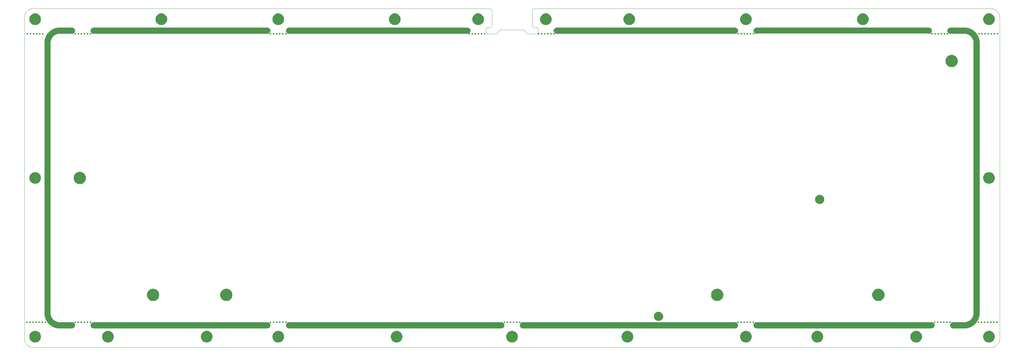
<source format=gbr>
%FSTAX23Y23*%
%MOIN*%
%SFA1B1*%

%IPPOS*%
%ADD161C,0.001000*%
%LNquadcube_65_pcb_profile-1*%
%LPD*%
G36*
X16466Y05354D02*
X16387D01*
Y08819*
X16466*
Y05354*
G37*
G36*
X04576D02*
X04498D01*
Y08819*
X04576*
Y05354*
G37*
G36*
X16125Y05157D02*
X16269D01*
Y05236*
X16125*
Y05157*
G37*
G36*
X16092Y08937D02*
X16269D01*
Y09016*
X16092*
Y08937*
G37*
G36*
X13612Y05157D02*
X1585D01*
Y05236*
X13612*
Y05157*
G37*
G36*
X1062D02*
X13336D01*
Y05236*
X1062*
Y05157*
G37*
G36*
X07627D02*
X10344D01*
Y05236*
X07627*
Y05157*
G37*
G36*
X05127D02*
X07352D01*
Y05236*
X05127*
Y05157*
G37*
G36*
X04694D02*
X04852D01*
Y05236*
X04694*
Y05157*
G37*
G36*
X15816Y08938D02*
Y09017D01*
X13609*
Y08938*
X15816*
G37*
G36*
X13336Y08937D02*
Y09016D01*
X11053*
Y08937*
X13336*
G37*
G36*
X09911D02*
Y09016D01*
X07627*
Y08937*
X09911*
G37*
G36*
X04694Y08937D02*
X04848D01*
Y09016*
X04694*
Y08937*
G37*
G36*
X07352Y08937D02*
Y09016D01*
X05127*
Y08937*
X07352*
G37*
G36*
X12296Y05311D02*
Y05306D01*
X12299Y05294*
X12303Y05283*
X1231Y05274*
X12318Y05266*
X12328Y05259*
X12338Y05255*
X1235Y05252*
X12356*
X12361*
X12373Y05255*
X12383Y05259*
X12393Y05266*
X12401Y05274*
X12408Y05283*
X12412Y05294*
X12415Y05306*
Y05311*
Y05317*
X12412Y05329*
X12408Y05339*
X12401Y05349*
X12393Y05357*
X12383Y05364*
X12373Y05368*
X12361Y05371*
X12356*
X1235*
X12338Y05368*
X12328Y05364*
X12318Y05357*
X1231Y05349*
X12303Y05339*
X12299Y05329*
X12296Y05317*
Y05311*
G37*
G36*
X15091Y05586D02*
Y05579D01*
X15094Y05564*
X151Y05549*
X15108Y05536*
X15119Y05525*
X15132Y05517*
X15146Y05511*
X15162Y05508*
X15169*
X15177*
X15192Y05511*
X15207Y05517*
X15219Y05525*
X1523Y05536*
X15239Y05549*
X15245Y05564*
X15248Y05579*
Y05586*
Y05594*
X15245Y05609*
X15239Y05624*
X1523Y05637*
X15219Y05648*
X15207Y05656*
X15192Y05662*
X15177Y05665*
X15169*
X15162*
X15146Y05662*
X15132Y05656*
X15119Y05648*
X15108Y05637*
X151Y05624*
X15094Y05609*
X15091Y05594*
Y05586*
G37*
G36*
X13028D02*
Y05579D01*
X13031Y05564*
X13037Y05549*
X13046Y05536*
X13057Y05525*
X13069Y05517*
X13084Y05511*
X13099Y05508*
X13107*
X13115*
X1313Y05511*
X13144Y05517*
X13157Y05525*
X13168Y05536*
X13177Y05549*
X13182Y05564*
X13186Y05579*
Y05586*
Y05594*
X13182Y05609*
X13177Y05624*
X13168Y05637*
X13157Y05648*
X13144Y05656*
X1313Y05662*
X13115Y05665*
X13107*
X13099*
X13084Y05662*
X13069Y05656*
X13057Y05648*
X13046Y05637*
X13037Y05624*
X13031Y05609*
X13028Y05594*
Y05586*
G37*
G36*
X06747D02*
Y05579D01*
X0675Y05564*
X06756Y05549*
X06764Y05536*
X06775Y05525*
X06788Y05517*
X06803Y05511*
X06818Y05508*
X06826*
X06833*
X06848Y05511*
X06863Y05517*
X06876Y05525*
X06887Y05536*
X06895Y05549*
X06901Y05564*
X06904Y05579*
Y05586*
Y05594*
X06901Y05609*
X06895Y05624*
X06887Y05637*
X06876Y05648*
X06863Y05656*
X06848Y05662*
X06833Y05665*
X06826*
X06818*
X06803Y05662*
X06788Y05656*
X06775Y05648*
X06764Y05637*
X06756Y05624*
X0675Y05609*
X06747Y05594*
Y05586*
G37*
G36*
X05809D02*
Y05579D01*
X05812Y05564*
X05818Y05549*
X05827Y05536*
X05838Y05525*
X05851Y05517*
X05865Y05511*
X0588Y05508*
X05888*
X05896*
X05911Y05511*
X05925Y05517*
X05938Y05525*
X05949Y05536*
X05958Y05549*
X05964Y05564*
X05967Y05579*
Y05586*
Y05594*
X05964Y05609*
X05958Y05624*
X05949Y05637*
X05938Y05648*
X05925Y05656*
X05911Y05662*
X05896Y05665*
X05888*
X0588*
X05865Y05662*
X05851Y05656*
X05838Y05648*
X05827Y05637*
X05818Y05624*
X05812Y05609*
X05809Y05594*
Y05586*
G37*
G36*
X14359Y06811D02*
Y06806D01*
X14361Y06794*
X14366Y06783*
X14372Y06774*
X1438Y06766*
X1439Y06759*
X14401Y06755*
X14412Y06752*
X14418*
X14424*
X14435Y06755*
X14446Y06759*
X14456Y06766*
X14464Y06774*
X1447Y06783*
X14475Y06794*
X14477Y06806*
Y06811*
Y06817*
X14475Y06829*
X1447Y06839*
X14464Y06849*
X14456Y06857*
X14446Y06864*
X14435Y06868*
X14424Y06871*
X14418*
X14412*
X14401Y06868*
X1439Y06864*
X1438Y06857*
X14372Y06849*
X14366Y06839*
X14361Y06829*
X14359Y06817*
Y06811*
G37*
G36*
X04951Y07008D02*
X04943D01*
X04928Y07011*
X04913Y07017*
X049Y07025*
X04889Y07036*
X04881Y07049*
X04875Y07063*
X04872Y07079*
Y07086*
Y07094*
X04875Y07109*
X04881Y07124*
X04889Y07137*
X049Y07148*
X04913Y07156*
X04928Y07162*
X04943Y07165*
X04951*
X04958*
X04974Y07162*
X04988Y07156*
X05001Y07148*
X05012Y07137*
X0502Y07124*
X05026Y07109*
X05029Y07094*
Y07086*
Y07079*
X05026Y07063*
X0502Y07049*
X05012Y07036*
X05001Y07025*
X04988Y07017*
X04974Y07011*
X04958Y07008*
X04951*
G37*
G36*
X04812Y05197D02*
Y05193D01*
X04814Y05185*
X04817Y05178*
X04821Y05172*
X04827Y05166*
X04833Y05162*
X0484Y05159*
X04848Y05157*
X04852*
X04856*
X04863Y05159*
X04871Y05162*
X04877Y05166*
X04882Y05172*
X04887Y05178*
X0489Y05185*
X04891Y05193*
Y05197*
Y05201*
X0489Y05208*
X04887Y05215*
X04882Y05222*
X04877Y05227*
X04871Y05232*
X04863Y05235*
X04856Y05236*
X04852*
X04848*
X0484Y05235*
X04833Y05232*
X04827Y05227*
X04821Y05222*
X04817Y05215*
X04814Y05208*
X04812Y05201*
Y05197*
G37*
G36*
X05088D02*
Y05193D01*
X0509Y05185*
X05093Y05178*
X05097Y05172*
X05102Y05166*
X05109Y05162*
X05116Y05159*
X05124Y05157*
X05127*
X05131*
X05139Y05159*
X05146Y05162*
X05153Y05166*
X05158Y05172*
X05162Y05178*
X05165Y05185*
X05167Y05193*
Y05197*
Y05201*
X05165Y05208*
X05162Y05215*
X05158Y05222*
X05153Y05227*
X05146Y05232*
X05139Y05235*
X05131Y05236*
X05127*
X05124*
X05116Y05235*
X05109Y05232*
X05102Y05227*
X05097Y05222*
X05093Y05215*
X0509Y05208*
X05088Y05201*
Y05197*
G37*
G36*
X07312D02*
Y05193D01*
X07314Y05185*
X07317Y05178*
X07321Y05172*
X07327Y05166*
X07333Y05162*
X0734Y05159*
X07348Y05157*
X07352*
X07356*
X07363Y05159*
X07371Y05162*
X07377Y05166*
X07382Y05172*
X07387Y05178*
X0739Y05185*
X07391Y05193*
Y05197*
Y05201*
X0739Y05208*
X07387Y05215*
X07382Y05222*
X07377Y05227*
X07371Y05232*
X07363Y05235*
X07356Y05236*
X07352*
X07348*
X0734Y05235*
X07333Y05232*
X07327Y05227*
X07321Y05222*
X07317Y05215*
X07314Y05208*
X07312Y05201*
Y05197*
G37*
G36*
X07588D02*
Y05193D01*
X0759Y05185*
X07593Y05178*
X07597Y05172*
X07602Y05166*
X07609Y05162*
X07616Y05159*
X07624Y05157*
X07627*
X07631*
X07639Y05159*
X07646Y05162*
X07653Y05166*
X07658Y05172*
X07662Y05178*
X07665Y05185*
X07667Y05193*
Y05197*
Y05201*
X07665Y05208*
X07662Y05215*
X07658Y05222*
X07653Y05227*
X07646Y05232*
X07639Y05235*
X07631Y05236*
X07627*
X07624*
X07616Y05235*
X07609Y05232*
X07602Y05227*
X07597Y05222*
X07593Y05215*
X0759Y05208*
X07588Y05201*
Y05197*
G37*
G36*
X10305D02*
Y05193D01*
X10306Y05185*
X10309Y05178*
X10313Y05172*
X10319Y05166*
X10325Y05162*
X10333Y05159*
X1034Y05157*
X10344*
X10348*
X10355Y05159*
X10363Y05162*
X10369Y05166*
X10375Y05172*
X10379Y05178*
X10382Y05185*
X10383Y05193*
Y05197*
Y05201*
X10382Y05208*
X10379Y05215*
X10375Y05222*
X10369Y05227*
X10363Y05232*
X10355Y05235*
X10348Y05236*
X10344*
X1034*
X10333Y05235*
X10325Y05232*
X10319Y05227*
X10313Y05222*
X10309Y05215*
X10306Y05208*
X10305Y05201*
Y05197*
G37*
G36*
X1058D02*
Y05193D01*
X10582Y05185*
X10585Y05178*
X10589Y05172*
X10594Y05166*
X10601Y05162*
X10608Y05159*
X10616Y05157*
X1062*
X10623*
X10631Y05159*
X10638Y05162*
X10645Y05166*
X1065Y05172*
X10654Y05178*
X10657Y05185*
X10659Y05193*
Y05197*
Y05201*
X10657Y05208*
X10654Y05215*
X1065Y05222*
X10645Y05227*
X10638Y05232*
X10631Y05235*
X10623Y05236*
X1062*
X10616*
X10608Y05235*
X10601Y05232*
X10594Y05227*
X10589Y05222*
X10585Y05215*
X10582Y05208*
X1058Y05201*
Y05197*
G37*
G36*
X13297D02*
Y05193D01*
X13298Y05185*
X13301Y05178*
X13306Y05172*
X13311Y05166*
X13317Y05162*
X13325Y05159*
X13332Y05157*
X13336*
X1334*
X13348Y05159*
X13355Y05162*
X13361Y05166*
X13367Y05172*
X13371Y05178*
X13374Y05185*
X13375Y05193*
Y05197*
Y05201*
X13374Y05208*
X13371Y05215*
X13367Y05222*
X13361Y05227*
X13355Y05232*
X13348Y05235*
X1334Y05236*
X13336*
X13332*
X13325Y05235*
X13317Y05232*
X13311Y05227*
X13306Y05222*
X13301Y05215*
X13298Y05208*
X13297Y05201*
Y05197*
G37*
G36*
X13572D02*
Y05193D01*
X13574Y05185*
X13577Y05178*
X13581Y05172*
X13587Y05166*
X13593Y05162*
X136Y05159*
X13608Y05157*
X13612*
X13616*
X13623Y05159*
X1363Y05162*
X13637Y05166*
X13642Y05172*
X13647Y05178*
X1365Y05185*
X13651Y05193*
Y05197*
Y05201*
X1365Y05208*
X13647Y05215*
X13642Y05222*
X13637Y05227*
X1363Y05232*
X13623Y05235*
X13616Y05236*
X13612*
X13608*
X136Y05235*
X13593Y05232*
X13587Y05227*
X13581Y05222*
X13577Y05215*
X13574Y05208*
X13572Y05201*
Y05197*
G37*
G36*
X15811D02*
Y05193D01*
X15812Y05185*
X15815Y05178*
X15819Y05172*
X15825Y05166*
X15831Y05162*
X15838Y05159*
X15846Y05157*
X1585*
X15854*
X15861Y05159*
X15869Y05162*
X15875Y05166*
X1588Y05172*
X15885Y05178*
X15888Y05185*
X15889Y05193*
Y05197*
Y05201*
X15888Y05208*
X15885Y05215*
X1588Y05222*
X15875Y05227*
X15869Y05232*
X15861Y05235*
X15854Y05236*
X1585*
X15846*
X15838Y05235*
X15831Y05232*
X15825Y05227*
X15819Y05222*
X15815Y05215*
X15812Y05208*
X15811Y05201*
Y05197*
G37*
G36*
X16086D02*
Y05193D01*
X16088Y05185*
X16091Y05178*
X16095Y05172*
X161Y05166*
X16107Y05162*
X16114Y05159*
X16122Y05157*
X16125*
X16129*
X16137Y05159*
X16144Y05162*
X16151Y05166*
X16156Y05172*
X1616Y05178*
X16163Y05185*
X16165Y05193*
Y05197*
Y05201*
X16163Y05208*
X1616Y05215*
X16156Y05222*
X16151Y05227*
X16144Y05232*
X16137Y05235*
X16129Y05236*
X16125*
X16122*
X16114Y05235*
X16107Y05232*
X161Y05227*
X16095Y05222*
X16091Y05215*
X16088Y05208*
X16086Y05201*
Y05197*
G37*
G36*
X16053Y08976D02*
Y08972D01*
X16054Y08965*
X16057Y08958*
X16061Y08951*
X16067Y08946*
X16073Y08941*
X16081Y08938*
X16088Y08937*
X16092*
X16096*
X16104Y08938*
X16111Y08941*
X16117Y08946*
X16123Y08951*
X16127Y08958*
X1613Y08965*
X16131Y08972*
Y08976*
Y0898*
X1613Y08988*
X16127Y08995*
X16123Y09001*
X16117Y09007*
X16111Y09011*
X16104Y09014*
X16096Y09016*
X16092*
X16088*
X16081Y09014*
X16073Y09011*
X16067Y09007*
X16061Y09001*
X16057Y08995*
X16054Y08988*
X16053Y0898*
Y08976*
G37*
G36*
X15777D02*
Y08972D01*
X15779Y08965*
X15782Y08958*
X15786Y08951*
X15791Y08946*
X15798Y08941*
X15805Y08938*
X15813Y08937*
X15816*
X1582*
X15828Y08938*
X15835Y08941*
X15842Y08946*
X15847Y08951*
X15851Y08958*
X15854Y08965*
X15856Y08972*
Y08976*
Y0898*
X15854Y08988*
X15851Y08995*
X15847Y09001*
X15842Y09007*
X15835Y09011*
X15828Y09014*
X1582Y09016*
X15816*
X15813*
X15805Y09014*
X15798Y09011*
X15791Y09007*
X15786Y09001*
X15782Y08995*
X15779Y08988*
X15777Y0898*
Y08976*
G37*
G36*
X13572D02*
Y08972D01*
X13574Y08965*
X13577Y08958*
X13581Y08951*
X13587Y08946*
X13593Y08941*
X136Y08938*
X13608Y08937*
X13612*
X13616*
X13623Y08938*
X1363Y08941*
X13637Y08946*
X13642Y08951*
X13647Y08958*
X1365Y08965*
X13651Y08972*
Y08976*
Y0898*
X1365Y08988*
X13647Y08995*
X13642Y09001*
X13637Y09007*
X1363Y09011*
X13623Y09014*
X13616Y09016*
X13612*
X13608*
X136Y09014*
X13593Y09011*
X13587Y09007*
X13581Y09001*
X13577Y08995*
X13574Y08988*
X13572Y0898*
Y08976*
G37*
G36*
X13297Y08976D02*
Y08972D01*
X13298Y08965*
X13301Y08958*
X13306Y08951*
X13311Y08946*
X13317Y08941*
X13325Y08938*
X13332Y08937*
X13336*
X1334*
X13348Y08938*
X13355Y08941*
X13361Y08946*
X13367Y08951*
X13371Y08958*
X13374Y08965*
X13375Y08972*
Y08976*
Y0898*
X13374Y08988*
X13371Y08995*
X13367Y09001*
X13361Y09007*
X13355Y09011*
X13348Y09014*
X1334Y09016*
X13336*
X13332*
X13325Y09014*
X13317Y09011*
X13311Y09007*
X13306Y09001*
X13301Y08995*
X13298Y08988*
X13297Y0898*
Y08976*
G37*
G36*
X11013D02*
Y08972D01*
X11015Y08965*
X11018Y08958*
X11022Y08951*
X11028Y08946*
X11034Y08941*
X11041Y08938*
X11049Y08937*
X11053*
X11057*
X11064Y08938*
X11071Y08941*
X11078Y08946*
X11083Y08951*
X11088Y08958*
X11091Y08965*
X11092Y08972*
Y08976*
Y0898*
X11091Y08988*
X11088Y08995*
X11083Y09001*
X11078Y09007*
X11071Y09011*
X11064Y09014*
X11057Y09016*
X11053*
X11049*
X11041Y09014*
X11034Y09011*
X11028Y09007*
X11022Y09001*
X11018Y08995*
X11015Y08988*
X11013Y0898*
Y08976*
G37*
G36*
X04274Y05227D02*
X04272D01*
X04269Y05228*
X04266Y05231*
X04264Y05235*
Y05237*
Y05239*
X04266Y05242*
X04269Y05245*
X04272Y05247*
X04274*
X04276*
X0428Y05245*
X04282Y05242*
X04284Y05239*
Y05237*
Y05235*
X04282Y05231*
X0428Y05228*
X04276Y05227*
X04274*
G37*
G36*
X04313D02*
X04312D01*
X04308Y05228*
X04305Y05231*
X04304Y05235*
Y05237*
Y05239*
X04305Y05242*
X04308Y05245*
X04312Y05247*
X04313*
X04315*
X04319Y05245*
X04322Y05242*
X04323Y05239*
Y05237*
Y05235*
X04322Y05231*
X04319Y05228*
X04315Y05227*
X04313*
G37*
G36*
X04392D02*
X0439D01*
X04387Y05228*
X04384Y05231*
X04382Y05235*
Y05237*
Y05239*
X04384Y05242*
X04387Y05245*
X0439Y05247*
X04392*
X04394*
X04398Y05245*
X04401Y05242*
X04402Y05239*
Y05237*
Y05235*
X04401Y05231*
X04398Y05228*
X04394Y05227*
X04392*
G37*
G36*
X04353D02*
X04351D01*
X04347Y05228*
X04345Y05231*
X04343Y05235*
Y05237*
Y05239*
X04345Y05242*
X04347Y05245*
X04351Y05247*
X04353*
X04355*
X04358Y05245*
X04361Y05242*
X04363Y05239*
Y05237*
Y05235*
X04361Y05231*
X04358Y05228*
X04355Y05227*
X04353*
G37*
G36*
X04432D02*
X0443D01*
X04426Y05228*
X04423Y05231*
X04422Y05235*
Y05237*
Y05239*
X04423Y05242*
X04426Y05245*
X0443Y05247*
X04432*
X04434*
X04437Y05245*
X0444Y05242*
X04441Y05239*
Y05237*
Y05235*
X0444Y05231*
X04437Y05228*
X04434Y05227*
X04432*
G37*
G36*
X0451D02*
X04508D01*
X04505Y05228*
X04502Y05231*
X045Y05235*
Y05237*
Y05239*
X04502Y05242*
X04505Y05245*
X04508Y05247*
X0451*
X04512*
X04516Y05245*
X04519Y05242*
X0452Y05239*
Y05237*
Y05235*
X04519Y05231*
X04516Y05228*
X04512Y05227*
X0451*
G37*
G36*
X04471D02*
X04469D01*
X04465Y05228*
X04463Y05231*
X04461Y05235*
Y05237*
Y05239*
X04463Y05242*
X04465Y05245*
X04469Y05247*
X04471*
X04473*
X04477Y05245*
X04479Y05242*
X04481Y05239*
Y05237*
Y05235*
X04479Y05231*
X04477Y05228*
X04473Y05227*
X04471*
G37*
G36*
X0489D02*
X04888D01*
X04885Y05228*
X04882Y05231*
X0488Y05235*
Y05237*
Y05239*
X04882Y05242*
X04885Y05245*
X04888Y05247*
X0489*
X04892*
X04896Y05245*
X04899Y05242*
X049Y05239*
Y05237*
Y05235*
X04899Y05231*
X04896Y05228*
X04892Y05227*
X0489*
G37*
G36*
X0493D02*
X04928D01*
X04924Y05228*
X04921Y05231*
X0492Y05235*
Y05237*
Y05239*
X04921Y05242*
X04924Y05245*
X04928Y05247*
X0493*
X04932*
X04935Y05245*
X04938Y05242*
X04939Y05239*
Y05237*
Y05235*
X04938Y05231*
X04935Y05228*
X04932Y05227*
X0493*
G37*
G36*
X05008D02*
X05006D01*
X05003Y05228*
X05Y05231*
X04999Y05235*
Y05237*
Y05239*
X05Y05242*
X05003Y05245*
X05006Y05247*
X05008*
X0501*
X05014Y05245*
X05017Y05242*
X05018Y05239*
Y05237*
Y05235*
X05017Y05231*
X05014Y05228*
X0501Y05227*
X05008*
G37*
G36*
X04969D02*
X04967D01*
X04963Y05228*
X04961Y05231*
X04959Y05235*
Y05237*
Y05239*
X04961Y05242*
X04963Y05245*
X04967Y05247*
X04969*
X04971*
X04975Y05245*
X04977Y05242*
X04979Y05239*
Y05237*
Y05235*
X04977Y05231*
X04975Y05228*
X04971Y05227*
X04969*
G37*
G36*
X05048D02*
X05046D01*
X05042Y05228*
X05039Y05231*
X05038Y05235*
Y05237*
Y05239*
X05039Y05242*
X05042Y05245*
X05046Y05247*
X05048*
X0505*
X05053Y05245*
X05056Y05242*
X05058Y05239*
Y05237*
Y05235*
X05056Y05231*
X05053Y05228*
X0505Y05227*
X05048*
G37*
G36*
X05087D02*
X05085D01*
X05082Y05228*
X05079Y05231*
X05077Y05235*
Y05237*
Y05239*
X05079Y05242*
X05082Y05245*
X05085Y05247*
X05087*
X05089*
X05093Y05245*
X05095Y05242*
X05097Y05239*
Y05237*
Y05235*
X05095Y05231*
X05093Y05228*
X05089Y05227*
X05087*
G37*
G36*
X07391D02*
X07389D01*
X07386Y05228*
X07383Y05231*
X07381Y05235*
Y05237*
Y05239*
X07383Y05242*
X07386Y05245*
X07389Y05247*
X07391*
X07393*
X07397Y05245*
X074Y05242*
X07401Y05239*
Y05237*
Y05235*
X074Y05231*
X07397Y05228*
X07393Y05227*
X07391*
G37*
G36*
X07431D02*
X07429D01*
X07425Y05228*
X07422Y05231*
X07421Y05235*
Y05237*
Y05239*
X07422Y05242*
X07425Y05245*
X07429Y05247*
X07431*
X07433*
X07436Y05245*
X07439Y05242*
X0744Y05239*
Y05237*
Y05235*
X07439Y05231*
X07436Y05228*
X07433Y05227*
X07431*
G37*
G36*
X07509D02*
X07507D01*
X07504Y05228*
X07501Y05231*
X075Y05235*
Y05237*
Y05239*
X07501Y05242*
X07504Y05245*
X07507Y05247*
X07509*
X07511*
X07515Y05245*
X07518Y05242*
X07519Y05239*
Y05237*
Y05235*
X07518Y05231*
X07515Y05228*
X07511Y05227*
X07509*
G37*
G36*
X0747D02*
X07468D01*
X07464Y05228*
X07462Y05231*
X0746Y05235*
Y05237*
Y05239*
X07462Y05242*
X07464Y05245*
X07468Y05247*
X0747*
X07472*
X07476Y05245*
X07478Y05242*
X0748Y05239*
Y05237*
Y05235*
X07478Y05231*
X07476Y05228*
X07472Y05227*
X0747*
G37*
G36*
X07549D02*
X07547D01*
X07543Y05228*
X0754Y05231*
X07539Y05235*
Y05237*
Y05239*
X0754Y05242*
X07543Y05245*
X07547Y05247*
X07549*
X07551*
X07554Y05245*
X07557Y05242*
X07559Y05239*
Y05237*
Y05235*
X07557Y05231*
X07554Y05228*
X07551Y05227*
X07549*
G37*
G36*
X07588D02*
X07586D01*
X07583Y05228*
X0758Y05231*
X07578Y05235*
Y05237*
Y05239*
X0758Y05242*
X07583Y05245*
X07586Y05247*
X07588*
X0759*
X07594Y05245*
X07596Y05242*
X07598Y05239*
Y05237*
Y05235*
X07596Y05231*
X07594Y05228*
X0759Y05227*
X07588*
G37*
G36*
X10383D02*
X10381D01*
X10378Y05228*
X10375Y05231*
X10374Y05235*
Y05237*
Y05239*
X10375Y05242*
X10378Y05245*
X10381Y05247*
X10383*
X10385*
X10389Y05245*
X10392Y05242*
X10393Y05239*
Y05237*
Y05235*
X10392Y05231*
X10389Y05228*
X10385Y05227*
X10383*
G37*
G36*
X10423D02*
X10421D01*
X10417Y05228*
X10414Y05231*
X10413Y05235*
Y05237*
Y05239*
X10414Y05242*
X10417Y05245*
X10421Y05247*
X10423*
X10425*
X10428Y05245*
X10431Y05242*
X10433Y05239*
Y05237*
Y05235*
X10431Y05231*
X10428Y05228*
X10425Y05227*
X10423*
G37*
G36*
X10501D02*
X105D01*
X10496Y05228*
X10493Y05231*
X10492Y05235*
Y05237*
Y05239*
X10493Y05242*
X10496Y05245*
X105Y05247*
X10501*
X10503*
X10507Y05245*
X1051Y05242*
X10511Y05239*
Y05237*
Y05235*
X1051Y05231*
X10507Y05228*
X10503Y05227*
X10501*
G37*
G36*
X10462D02*
X1046D01*
X10457Y05228*
X10454Y05231*
X10452Y05235*
Y05237*
Y05239*
X10454Y05242*
X10457Y05245*
X1046Y05247*
X10462*
X10464*
X10468Y05245*
X1047Y05242*
X10472Y05239*
Y05237*
Y05235*
X1047Y05231*
X10468Y05228*
X10464Y05227*
X10462*
G37*
G36*
X10541D02*
X10539D01*
X10535Y05228*
X10532Y05231*
X10531Y05235*
Y05237*
Y05239*
X10532Y05242*
X10535Y05245*
X10539Y05247*
X10541*
X10543*
X10546Y05245*
X10549Y05242*
X10551Y05239*
Y05237*
Y05235*
X10549Y05231*
X10546Y05228*
X10543Y05227*
X10541*
G37*
G36*
X1058D02*
X10578D01*
X10575Y05228*
X10572Y05231*
X1057Y05235*
Y05237*
Y05239*
X10572Y05242*
X10575Y05245*
X10578Y05247*
X1058*
X10582*
X10586Y05245*
X10589Y05242*
X1059Y05239*
Y05237*
Y05235*
X10589Y05231*
X10586Y05228*
X10582Y05227*
X1058*
G37*
G36*
X13374D02*
X13372D01*
X13368Y05228*
X13365Y05231*
X13364Y05235*
Y05237*
Y05239*
X13365Y05242*
X13368Y05245*
X13372Y05247*
X13374*
X13375*
X13379Y05245*
X13382Y05242*
X13383Y05239*
Y05237*
Y05235*
X13382Y05231*
X13379Y05228*
X13375Y05227*
X13374*
G37*
G36*
X13413D02*
X13411D01*
X13407Y05228*
X13405Y05231*
X13403Y05235*
Y05237*
Y05239*
X13405Y05242*
X13407Y05245*
X13411Y05247*
X13413*
X13415*
X13418Y05245*
X13421Y05242*
X13423Y05239*
Y05237*
Y05235*
X13421Y05231*
X13418Y05228*
X13415Y05227*
X13413*
G37*
G36*
X13492D02*
X1349D01*
X13486Y05228*
X13483Y05231*
X13482Y05235*
Y05237*
Y05239*
X13483Y05242*
X13486Y05245*
X1349Y05247*
X13492*
X13494*
X13497Y05245*
X135Y05242*
X13501Y05239*
Y05237*
Y05235*
X135Y05231*
X13497Y05228*
X13494Y05227*
X13492*
G37*
G36*
X13452D02*
X1345D01*
X13447Y05228*
X13444Y05231*
X13442Y05235*
Y05237*
Y05239*
X13444Y05242*
X13447Y05245*
X1345Y05247*
X13452*
X13454*
X13458Y05245*
X13461Y05242*
X13462Y05239*
Y05237*
Y05235*
X13461Y05231*
X13458Y05228*
X13454Y05227*
X13452*
G37*
G36*
X13531D02*
X13529D01*
X13525Y05228*
X13523Y05231*
X13521Y05235*
Y05237*
Y05239*
X13523Y05242*
X13525Y05245*
X13529Y05247*
X13531*
X13533*
X13537Y05245*
X13539Y05242*
X13541Y05239*
Y05237*
Y05235*
X13539Y05231*
X13537Y05228*
X13533Y05227*
X13531*
G37*
G36*
X1357D02*
X13568D01*
X13565Y05228*
X13562Y05231*
X13561Y05235*
Y05237*
Y05239*
X13562Y05242*
X13565Y05245*
X13568Y05247*
X1357*
X13572*
X13576Y05245*
X13579Y05242*
X1358Y05239*
Y05237*
Y05235*
X13579Y05231*
X13576Y05228*
X13572Y05227*
X1357*
G37*
G36*
X15888D02*
X15886D01*
X15883Y05228*
X1588Y05231*
X15878Y05235*
Y05237*
Y05239*
X1588Y05242*
X15883Y05245*
X15886Y05247*
X15888*
X1589*
X15894Y05245*
X15897Y05242*
X15898Y05239*
Y05237*
Y05235*
X15897Y05231*
X15894Y05228*
X1589Y05227*
X15888*
G37*
G36*
X15928D02*
X15926D01*
X15922Y05228*
X15919Y05231*
X15918Y05235*
Y05237*
Y05239*
X15919Y05242*
X15922Y05245*
X15926Y05247*
X15928*
X1593*
X15933Y05245*
X15936Y05242*
X15937Y05239*
Y05237*
Y05235*
X15936Y05231*
X15933Y05228*
X1593Y05227*
X15928*
G37*
G36*
X16006D02*
X16004D01*
X16001Y05228*
X15998Y05231*
X15997Y05235*
Y05237*
Y05239*
X15998Y05242*
X16001Y05245*
X16004Y05247*
X16006*
X16008*
X16012Y05245*
X16015Y05242*
X16016Y05239*
Y05237*
Y05235*
X16015Y05231*
X16012Y05228*
X16008Y05227*
X16006*
G37*
G36*
X15967D02*
X15965D01*
X15961Y05228*
X15959Y05231*
X15957Y05235*
Y05237*
Y05239*
X15959Y05242*
X15961Y05245*
X15965Y05247*
X15967*
X15969*
X15973Y05245*
X15975Y05242*
X15977Y05239*
Y05237*
Y05235*
X15975Y05231*
X15973Y05228*
X15969Y05227*
X15967*
G37*
G36*
X16046D02*
X16044D01*
X1604Y05228*
X16037Y05231*
X16036Y05235*
Y05237*
Y05239*
X16037Y05242*
X1604Y05245*
X16044Y05247*
X16046*
X16048*
X16051Y05245*
X16054Y05242*
X16056Y05239*
Y05237*
Y05235*
X16054Y05231*
X16051Y05228*
X16048Y05227*
X16046*
G37*
G36*
X16085D02*
X16083D01*
X1608Y05228*
X16077Y05231*
X16075Y05235*
Y05237*
Y05239*
X16077Y05242*
X1608Y05245*
X16083Y05247*
X16085*
X16087*
X16091Y05245*
X16093Y05242*
X16095Y05239*
Y05237*
Y05235*
X16093Y05231*
X16091Y05228*
X16087Y05227*
X16085*
G37*
G36*
X1649Y05227D02*
X16488D01*
X16484Y05228*
X16481Y05231*
X1648Y05235*
Y05237*
Y05239*
X16481Y05242*
X16484Y05245*
X16488Y05247*
X1649*
X16492*
X16495Y05245*
X16498Y05242*
X165Y05239*
Y05237*
Y05235*
X16498Y05231*
X16495Y05228*
X16492Y05227*
X1649*
G37*
G36*
X1645D02*
X16448D01*
X16445Y05228*
X16442Y05231*
X1644Y05235*
Y05237*
Y05239*
X16442Y05242*
X16445Y05245*
X16448Y05247*
X1645*
X16452*
X16456Y05245*
X16459Y05242*
X1646Y05239*
Y05237*
Y05235*
X16459Y05231*
X16456Y05228*
X16452Y05227*
X1645*
G37*
G36*
X16647D02*
X16645D01*
X16642Y05228*
X16639Y05231*
X16637Y05235*
Y05237*
Y05239*
X16639Y05242*
X16642Y05245*
X16645Y05247*
X16647*
X16649*
X16653Y05245*
X16655Y05242*
X16657Y05239*
Y05237*
Y05235*
X16655Y05231*
X16653Y05228*
X16649Y05227*
X16647*
G37*
G36*
X16529D02*
X16527D01*
X16523Y05228*
X16521Y05231*
X16519Y05235*
Y05237*
Y05239*
X16521Y05242*
X16523Y05245*
X16527Y05247*
X16529*
X16531*
X16535Y05245*
X16537Y05242*
X16539Y05239*
Y05237*
Y05235*
X16537Y05231*
X16535Y05228*
X16531Y05227*
X16529*
G37*
G36*
X16687D02*
X16685D01*
X16681Y05228*
X16678Y05231*
X16677Y05235*
Y05237*
Y05239*
X16678Y05242*
X16681Y05245*
X16685Y05247*
X16687*
X16688*
X16692Y05245*
X16695Y05242*
X16696Y05239*
Y05237*
Y05235*
X16695Y05231*
X16692Y05228*
X16688Y05227*
X16687*
G37*
G36*
X16608D02*
X16606D01*
X16602Y05228*
X16599Y05231*
X16598Y05235*
Y05237*
Y05239*
X16599Y05242*
X16602Y05245*
X16606Y05247*
X16608*
X1661*
X16613Y05245*
X16616Y05242*
X16618Y05239*
Y05237*
Y05235*
X16616Y05231*
X16613Y05228*
X1661Y05227*
X16608*
G37*
G36*
X16568D02*
X16566D01*
X16563Y05228*
X1656Y05231*
X16559Y05235*
Y05237*
Y05239*
X1656Y05242*
X16563Y05245*
X16566Y05247*
X16568*
X1657*
X16574Y05245*
X16577Y05242*
X16578Y05239*
Y05237*
Y05235*
X16577Y05231*
X16574Y05228*
X1657Y05227*
X16568*
G37*
G36*
X16496Y08927D02*
X16494D01*
X1649Y08928*
X16487Y08931*
X16486Y08935*
Y08936*
Y08938*
X16487Y08942*
X1649Y08945*
X16494Y08946*
X16496*
X16498*
X16501Y08945*
X16504Y08942*
X16505Y08938*
Y08936*
Y08935*
X16504Y08931*
X16501Y08928*
X16498Y08927*
X16496*
G37*
G36*
X16456D02*
X16454D01*
X16451Y08928*
X16448Y08931*
X16446Y08935*
Y08936*
Y08938*
X16448Y08942*
X16451Y08945*
X16454Y08946*
X16456*
X16458*
X16462Y08945*
X16465Y08942*
X16466Y08938*
Y08936*
Y08935*
X16465Y08931*
X16462Y08928*
X16458Y08927*
X16456*
G37*
G36*
X16653D02*
X16651D01*
X16647Y08928*
X16645Y08931*
X16643Y08935*
Y08936*
Y08938*
X16645Y08942*
X16647Y08945*
X16651Y08946*
X16653*
X16655*
X16659Y08945*
X16661Y08942*
X16663Y08938*
Y08936*
Y08935*
X16661Y08931*
X16659Y08928*
X16655Y08927*
X16653*
G37*
G36*
X16535D02*
X16533D01*
X16529Y08928*
X16527Y08931*
X16525Y08935*
Y08936*
Y08938*
X16527Y08942*
X16529Y08945*
X16533Y08946*
X16535*
X16537*
X16541Y08945*
X16543Y08942*
X16545Y08938*
Y08936*
Y08935*
X16543Y08931*
X16541Y08928*
X16537Y08927*
X16535*
G37*
G36*
X16692D02*
X1669D01*
X16687Y08928*
X16684Y08931*
X16683Y08935*
Y08936*
Y08938*
X16684Y08942*
X16687Y08945*
X1669Y08946*
X16692*
X16694*
X16698Y08945*
X16701Y08942*
X16702Y08938*
Y08936*
Y08935*
X16701Y08931*
X16698Y08928*
X16694Y08927*
X16692*
G37*
G36*
X16614D02*
X16612D01*
X16608Y08928*
X16605Y08931*
X16604Y08935*
Y08936*
Y08938*
X16605Y08942*
X16608Y08945*
X16612Y08946*
X16614*
X16616*
X16619Y08945*
X16622Y08942*
X16624Y08938*
Y08936*
Y08935*
X16622Y08931*
X16619Y08928*
X16616Y08927*
X16614*
G37*
G36*
X16574D02*
X16572D01*
X16569Y08928*
X16566Y08931*
X16564Y08935*
Y08936*
Y08938*
X16566Y08942*
X16569Y08945*
X16572Y08946*
X16574*
X16576*
X1658Y08945*
X16583Y08942*
X16584Y08938*
Y08936*
Y08935*
X16583Y08931*
X1658Y08928*
X16576Y08927*
X16574*
G37*
G36*
X15856Y08927D02*
X15854D01*
X1585Y08928*
X15847Y08931*
X15846Y08935*
Y08937*
Y08938*
X15847Y08942*
X1585Y08945*
X15854Y08946*
X15856*
X15858*
X15861Y08945*
X15864Y08942*
X15866Y08938*
Y08937*
Y08935*
X15864Y08931*
X15861Y08928*
X15858Y08927*
X15856*
G37*
G36*
X15895D02*
X15893D01*
X1589Y08928*
X15887Y08931*
X15885Y08935*
Y08937*
Y08938*
X15887Y08942*
X1589Y08945*
X15893Y08946*
X15895*
X15897*
X15901Y08945*
X15904Y08942*
X15905Y08938*
Y08937*
Y08935*
X15904Y08931*
X15901Y08928*
X15897Y08927*
X15895*
G37*
G36*
X15974D02*
X15972D01*
X15968Y08928*
X15966Y08931*
X15964Y08935*
Y08937*
Y08938*
X15966Y08942*
X15968Y08945*
X15972Y08946*
X15974*
X15976*
X15979Y08945*
X15982Y08942*
X15984Y08938*
Y08937*
Y08935*
X15982Y08931*
X15979Y08928*
X15976Y08927*
X15974*
G37*
G36*
X15935D02*
X15933D01*
X15929Y08928*
X15926Y08931*
X15925Y08935*
Y08937*
Y08938*
X15926Y08942*
X15929Y08945*
X15933Y08946*
X15935*
X15936*
X1594Y08945*
X15943Y08942*
X15944Y08938*
Y08937*
Y08935*
X15943Y08931*
X1594Y08928*
X15936Y08927*
X15935*
G37*
G36*
X16013D02*
X16011D01*
X16008Y08928*
X16005Y08931*
X16003Y08935*
Y08937*
Y08938*
X16005Y08942*
X16008Y08945*
X16011Y08946*
X16013*
X16015*
X16019Y08945*
X16022Y08942*
X16023Y08938*
Y08937*
Y08935*
X16022Y08931*
X16019Y08928*
X16015Y08927*
X16013*
G37*
G36*
X16053D02*
X16051D01*
X16047Y08928*
X16044Y08931*
X16043Y08935*
Y08937*
Y08938*
X16044Y08942*
X16047Y08945*
X16051Y08946*
X16053*
X16055*
X16058Y08945*
X16061Y08942*
X16062Y08938*
Y08937*
Y08935*
X16061Y08931*
X16058Y08928*
X16055Y08927*
X16053*
G37*
G36*
X13375Y08927D02*
X13374D01*
X1337Y08928*
X13367Y08931*
X13366Y08935*
Y08936*
Y08938*
X13367Y08942*
X1337Y08945*
X13374Y08946*
X13375*
X13377*
X13381Y08945*
X13384Y08942*
X13385Y08938*
Y08936*
Y08935*
X13384Y08931*
X13381Y08928*
X13377Y08927*
X13375*
G37*
G36*
X13415D02*
X13413D01*
X13409Y08928*
X13407Y08931*
X13405Y08935*
Y08936*
Y08938*
X13407Y08942*
X13409Y08945*
X13413Y08946*
X13415*
X13417*
X1342Y08945*
X13423Y08942*
X13425Y08938*
Y08936*
Y08935*
X13423Y08931*
X1342Y08928*
X13417Y08927*
X13415*
G37*
G36*
X13494D02*
X13492D01*
X13488Y08928*
X13485Y08931*
X13484Y08935*
Y08936*
Y08938*
X13485Y08942*
X13488Y08945*
X13492Y08946*
X13494*
X13496*
X13499Y08945*
X13502Y08942*
X13503Y08938*
Y08936*
Y08935*
X13502Y08931*
X13499Y08928*
X13496Y08927*
X13494*
G37*
G36*
X13454D02*
X13452D01*
X13449Y08928*
X13446Y08931*
X13444Y08935*
Y08936*
Y08938*
X13446Y08942*
X13449Y08945*
X13452Y08946*
X13454*
X13456*
X1346Y08945*
X13463Y08942*
X13464Y08938*
Y08936*
Y08935*
X13463Y08931*
X1346Y08928*
X13456Y08927*
X13454*
G37*
G36*
X13533D02*
X13531D01*
X13527Y08928*
X13525Y08931*
X13523Y08935*
Y08936*
Y08938*
X13525Y08942*
X13527Y08945*
X13531Y08946*
X13533*
X13535*
X13539Y08945*
X13541Y08942*
X13543Y08938*
Y08936*
Y08935*
X13541Y08931*
X13539Y08928*
X13535Y08927*
X13533*
G37*
G36*
X13572D02*
X1357D01*
X13567Y08928*
X13564Y08931*
X13562Y08935*
Y08936*
Y08938*
X13564Y08942*
X13567Y08945*
X1357Y08946*
X13572*
X13574*
X13578Y08945*
X13581Y08942*
X13582Y08938*
Y08936*
Y08935*
X13581Y08931*
X13578Y08928*
X13574Y08927*
X13572*
G37*
G36*
X10821D02*
X10819D01*
X10816Y08928*
X10813Y08931*
X10812Y08935*
Y08936*
Y08938*
X10813Y08942*
X10816Y08945*
X10819Y08946*
X10821*
X10823*
X10827Y08945*
X1083Y08942*
X10831Y08938*
Y08936*
Y08935*
X1083Y08931*
X10827Y08928*
X10823Y08927*
X10821*
G37*
G36*
X10861D02*
X10859D01*
X10855Y08928*
X10852Y08931*
X10851Y08935*
Y08936*
Y08938*
X10852Y08942*
X10855Y08945*
X10859Y08946*
X10861*
X10863*
X10866Y08945*
X10869Y08942*
X10871Y08938*
Y08936*
Y08935*
X10869Y08931*
X10866Y08928*
X10863Y08927*
X10861*
G37*
G36*
X10939D02*
X10938D01*
X10934Y08928*
X10931Y08931*
X1093Y08935*
Y08936*
Y08938*
X10931Y08942*
X10934Y08945*
X10938Y08946*
X10939*
X10941*
X10945Y08945*
X10948Y08942*
X10949Y08938*
Y08936*
Y08935*
X10948Y08931*
X10945Y08928*
X10941Y08927*
X10939*
G37*
G36*
X109D02*
X10898D01*
X10895Y08928*
X10892Y08931*
X1089Y08935*
Y08936*
Y08938*
X10892Y08942*
X10895Y08945*
X10898Y08946*
X109*
X10902*
X10906Y08945*
X10908Y08942*
X1091Y08938*
Y08936*
Y08935*
X10908Y08931*
X10906Y08928*
X10902Y08927*
X109*
G37*
G36*
X10979D02*
X10977D01*
X10973Y08928*
X1097Y08931*
X10969Y08935*
Y08936*
Y08938*
X1097Y08942*
X10973Y08945*
X10977Y08946*
X10979*
X10981*
X10984Y08945*
X10987Y08942*
X10989Y08938*
Y08936*
Y08935*
X10987Y08931*
X10984Y08928*
X10981Y08927*
X10979*
G37*
G36*
X11018D02*
X11016D01*
X11013Y08928*
X1101Y08931*
X11008Y08935*
Y08936*
Y08938*
X1101Y08942*
X11013Y08945*
X11016Y08946*
X11018*
X1102*
X11024Y08945*
X11027Y08942*
X11028Y08938*
Y08936*
Y08935*
X11027Y08931*
X11024Y08928*
X1102Y08927*
X11018*
G37*
G36*
X09934D02*
X09932D01*
X09928Y08928*
X09925Y08931*
X09924Y08935*
Y08936*
Y08938*
X09925Y08942*
X09928Y08945*
X09932Y08946*
X09934*
X09936*
X09939Y08945*
X09942Y08942*
X09943Y08938*
Y08936*
Y08935*
X09942Y08931*
X09939Y08928*
X09936Y08927*
X09934*
G37*
G36*
X09973D02*
X09971D01*
X09967Y08928*
X09965Y08931*
X09963Y08935*
Y08936*
Y08938*
X09965Y08942*
X09967Y08945*
X09971Y08946*
X09973*
X09975*
X09979Y08945*
X09981Y08942*
X09983Y08938*
Y08936*
Y08935*
X09981Y08931*
X09979Y08928*
X09975Y08927*
X09973*
G37*
G36*
X10052D02*
X1005D01*
X10046Y08928*
X10043Y08931*
X10042Y08935*
Y08936*
Y08938*
X10043Y08942*
X10046Y08945*
X1005Y08946*
X10052*
X10054*
X10057Y08945*
X1006Y08942*
X10062Y08938*
Y08936*
Y08935*
X1006Y08931*
X10057Y08928*
X10054Y08927*
X10052*
G37*
G36*
X10012D02*
X1001D01*
X10007Y08928*
X10004Y08931*
X10002Y08935*
Y08936*
Y08938*
X10004Y08942*
X10007Y08945*
X1001Y08946*
X10012*
X10014*
X10018Y08945*
X10021Y08942*
X10022Y08938*
Y08936*
Y08935*
X10021Y08931*
X10018Y08928*
X10014Y08927*
X10012*
G37*
G36*
X10091D02*
X10089D01*
X10085Y08928*
X10083Y08931*
X10081Y08935*
Y08936*
Y08938*
X10083Y08942*
X10085Y08945*
X10089Y08946*
X10091*
X10093*
X10097Y08945*
X10099Y08942*
X10101Y08938*
Y08936*
Y08935*
X10099Y08931*
X10097Y08928*
X10093Y08927*
X10091*
G37*
G36*
X1013D02*
X10128D01*
X10125Y08928*
X10122Y08931*
X10121Y08935*
Y08936*
Y08938*
X10122Y08942*
X10125Y08945*
X10128Y08946*
X1013*
X10132*
X10136Y08945*
X10139Y08942*
X1014Y08938*
Y08936*
Y08935*
X10139Y08931*
X10136Y08928*
X10132Y08927*
X1013*
G37*
G36*
X07391Y08927D02*
X07389D01*
X07386Y08928*
X07383Y08931*
X07381Y08934*
Y08936*
Y08938*
X07383Y08942*
X07386Y08945*
X07389Y08946*
X07391*
X07393*
X07397Y08945*
X074Y08942*
X07401Y08938*
Y08936*
Y08934*
X074Y08931*
X07397Y08928*
X07393Y08927*
X07391*
G37*
G36*
X07431D02*
X07429D01*
X07425Y08928*
X07422Y08931*
X07421Y08934*
Y08936*
Y08938*
X07422Y08942*
X07425Y08945*
X07429Y08946*
X07431*
X07433*
X07436Y08945*
X07439Y08942*
X07441Y08938*
Y08936*
Y08934*
X07439Y08931*
X07436Y08928*
X07433Y08927*
X07431*
G37*
G36*
X07509D02*
X07507D01*
X07504Y08928*
X07501Y08931*
X075Y08934*
Y08936*
Y08938*
X07501Y08942*
X07504Y08945*
X07507Y08946*
X07509*
X07511*
X07515Y08945*
X07518Y08942*
X07519Y08938*
Y08936*
Y08934*
X07518Y08931*
X07515Y08928*
X07511Y08927*
X07509*
G37*
G36*
X0747D02*
X07468D01*
X07464Y08928*
X07462Y08931*
X0746Y08934*
Y08936*
Y08938*
X07462Y08942*
X07464Y08945*
X07468Y08946*
X0747*
X07472*
X07476Y08945*
X07478Y08942*
X0748Y08938*
Y08936*
Y08934*
X07478Y08931*
X07476Y08928*
X07472Y08927*
X0747*
G37*
G36*
X07549D02*
X07547D01*
X07543Y08928*
X0754Y08931*
X07539Y08934*
Y08936*
Y08938*
X0754Y08942*
X07543Y08945*
X07547Y08946*
X07549*
X07551*
X07554Y08945*
X07557Y08942*
X07559Y08938*
Y08936*
Y08934*
X07557Y08931*
X07554Y08928*
X07551Y08927*
X07549*
G37*
G36*
X07588D02*
X07586D01*
X07583Y08928*
X0758Y08931*
X07578Y08934*
Y08936*
Y08938*
X0758Y08942*
X07583Y08945*
X07586Y08946*
X07588*
X0759*
X07594Y08945*
X07596Y08942*
X07598Y08938*
Y08936*
Y08934*
X07596Y08931*
X07594Y08928*
X0759Y08927*
X07588*
G37*
G36*
X04932Y08927D02*
X0493D01*
X04926Y08928*
X04923Y08931*
X04922Y08935*
Y08936*
Y08938*
X04923Y08942*
X04926Y08945*
X0493Y08946*
X04932*
X04934*
X04937Y08945*
X0494Y08942*
X04941Y08938*
Y08936*
Y08935*
X0494Y08931*
X04937Y08928*
X04934Y08927*
X04932*
G37*
G36*
X0501D02*
X05008D01*
X05005Y08928*
X05002Y08931*
X05Y08935*
Y08936*
Y08938*
X05002Y08942*
X05005Y08945*
X05008Y08946*
X0501*
X05012*
X05016Y08945*
X05019Y08942*
X0502Y08938*
Y08936*
Y08935*
X05019Y08931*
X05016Y08928*
X05012Y08927*
X0501*
G37*
G36*
X04971D02*
X04969D01*
X04965Y08928*
X04963Y08931*
X04961Y08935*
Y08936*
Y08938*
X04963Y08942*
X04965Y08945*
X04969Y08946*
X04971*
X04973*
X04977Y08945*
X04979Y08942*
X04981Y08938*
Y08936*
Y08935*
X04979Y08931*
X04977Y08928*
X04973Y08927*
X04971*
G37*
G36*
X0505D02*
X05048D01*
X05044Y08928*
X05041Y08931*
X0504Y08935*
Y08936*
Y08938*
X05041Y08942*
X05044Y08945*
X05048Y08946*
X0505*
X05052*
X05055Y08945*
X05058Y08942*
X0506Y08938*
Y08936*
Y08935*
X05058Y08931*
X05055Y08928*
X05052Y08927*
X0505*
G37*
G36*
X05089D02*
X05087D01*
X05083Y08928*
X05081Y08931*
X05079Y08935*
Y08936*
Y08938*
X05081Y08942*
X05083Y08945*
X05087Y08946*
X05089*
X05091*
X05095Y08945*
X05097Y08942*
X05099Y08938*
Y08936*
Y08935*
X05097Y08931*
X05095Y08928*
X05091Y08927*
X05089*
G37*
G36*
X04892D02*
X0489D01*
X04886Y08928*
X04883Y08931*
X04882Y08935*
Y08936*
Y08938*
X04883Y08942*
X04886Y08945*
X0489Y08946*
X04892*
X04894*
X04897Y08945*
X049Y08942*
X04902Y08938*
Y08936*
Y08935*
X049Y08931*
X04897Y08928*
X04894Y08927*
X04892*
G37*
G36*
X04478D02*
X04476D01*
X04472Y08928*
X0447Y08931*
X04468Y08935*
Y08936*
Y08938*
X0447Y08942*
X04472Y08945*
X04476Y08946*
X04478*
X0448*
X04483Y08945*
X04486Y08942*
X04488Y08938*
Y08936*
Y08935*
X04486Y08931*
X04483Y08928*
X0448Y08927*
X04478*
G37*
G36*
X04438D02*
X04437D01*
X04433Y08928*
X0443Y08931*
X04429Y08935*
Y08936*
Y08938*
X0443Y08942*
X04433Y08945*
X04437Y08946*
X04438*
X0444*
X04444Y08945*
X04447Y08942*
X04448Y08938*
Y08936*
Y08935*
X04447Y08931*
X04444Y08928*
X0444Y08927*
X04438*
G37*
G36*
X0436D02*
X04358D01*
X04354Y08928*
X04351Y08931*
X0435Y08935*
Y08936*
Y08938*
X04351Y08942*
X04354Y08945*
X04358Y08946*
X0436*
X04362*
X04365Y08945*
X04368Y08942*
X0437Y08938*
Y08936*
Y08935*
X04368Y08931*
X04365Y08928*
X04362Y08927*
X0436*
G37*
G36*
X04399D02*
X04397D01*
X04394Y08928*
X04391Y08931*
X04389Y08935*
Y08936*
Y08938*
X04391Y08942*
X04394Y08945*
X04397Y08946*
X04399*
X04401*
X04405Y08945*
X04407Y08942*
X04409Y08938*
Y08936*
Y08935*
X04407Y08931*
X04405Y08928*
X04401Y08927*
X04399*
G37*
G36*
X0432D02*
X04318D01*
X04315Y08928*
X04312Y08931*
X04311Y08935*
Y08936*
Y08938*
X04312Y08942*
X04315Y08945*
X04318Y08946*
X0432*
X04322*
X04326Y08945*
X04329Y08942*
X0433Y08938*
Y08936*
Y08935*
X04329Y08931*
X04326Y08928*
X04322Y08927*
X0432*
G37*
G36*
X09911Y08937D02*
X09907D01*
X09899Y08938*
X09892Y08941*
X09886Y08946*
X0988Y08951*
X09876Y08958*
X09873Y08965*
X09872Y08972*
Y08976*
Y0898*
X09873Y08988*
X09876Y08995*
X0988Y09001*
X09886Y09007*
X09892Y09011*
X09899Y09014*
X09907Y09016*
X09911*
X09915*
X09922Y09014*
X0993Y09011*
X09936Y09007*
X09941Y09001*
X09946Y08995*
X09949Y08988*
X0995Y0898*
Y08976*
Y08972*
X09949Y08965*
X09946Y08958*
X09941Y08951*
X09936Y08946*
X0993Y08941*
X09922Y08938*
X09915Y08937*
X09911*
G37*
G36*
X04281Y08927D02*
X04279D01*
X04275Y08928*
X04273Y08931*
X04271Y08935*
Y08936*
Y08938*
X04273Y08942*
X04275Y08945*
X04279Y08946*
X04281*
X04283*
X04287Y08945*
X04289Y08942*
X04291Y08938*
Y08936*
Y08935*
X04289Y08931*
X04287Y08928*
X04283Y08927*
X04281*
G37*
G36*
X04852Y08937D02*
X04848D01*
X0484Y08938*
X04833Y08941*
X04827Y08946*
X04821Y08951*
X04817Y08958*
X04814Y08965*
X04812Y08972*
Y08976*
Y0898*
X04814Y08988*
X04817Y08995*
X04821Y09001*
X04827Y09007*
X04833Y09011*
X0484Y09014*
X04848Y09016*
X04852*
X04856*
X04863Y09014*
X04871Y09011*
X04877Y09007*
X04882Y09001*
X04887Y08995*
X0489Y08988*
X04891Y0898*
Y08976*
Y08972*
X0489Y08965*
X04887Y08958*
X04882Y08951*
X04877Y08946*
X04871Y08941*
X04863Y08938*
X04856Y08937*
X04852*
G37*
G36*
X04379Y07012D02*
X04372D01*
X04358Y07015*
X04344Y0702*
X04332Y07028*
X04321Y07039*
X04313Y07051*
X04307Y07065*
X04305Y07079*
Y07086*
Y07094*
X04307Y07108*
X04313Y07122*
X04321Y07134*
X04332Y07145*
X04344Y07153*
X04358Y07158*
X04372Y07161*
X04379*
X04387*
X04401Y07158*
X04415Y07153*
X04427Y07145*
X04438Y07134*
X04446Y07122*
X04451Y07108*
X04454Y07094*
Y07086*
Y07079*
X04451Y07065*
X04446Y07051*
X04438Y07039*
X04427Y07028*
X04415Y0702*
X04401Y07015*
X04387Y07012*
X04379*
G37*
G36*
X04305Y0505D02*
Y05043D01*
X04307Y05028*
X04313Y05015*
X04321Y05002*
X04332Y04992*
X04344Y04984*
X04358Y04978*
X04372Y04975*
X04379*
X04387*
X04401Y04978*
X04415Y04984*
X04427Y04992*
X04438Y05002*
X04446Y05015*
X04451Y05028*
X04454Y05043*
Y0505*
Y05057*
X04451Y05072*
X04446Y05085*
X04438Y05098*
X04427Y05108*
X04415Y05116*
X04401Y05122*
X04387Y05125*
X04379*
X04372*
X04358Y05122*
X04344Y05116*
X04332Y05108*
X04321Y05098*
X04313Y05085*
X04307Y05072*
X04305Y05057*
Y0505*
G37*
G36*
X05236D02*
Y05043D01*
X05239Y05028*
X05244Y05015*
X05252Y05002*
X05263Y04992*
X05275Y04984*
X05289Y04978*
X05303Y04975*
X05311*
X05318*
X05332Y04978*
X05346Y04984*
X05358Y04992*
X05369Y05002*
X05377Y05015*
X05382Y05028*
X05385Y05043*
Y0505*
Y05057*
X05382Y05072*
X05377Y05085*
X05369Y05098*
X05358Y05108*
X05346Y05116*
X05332Y05122*
X05318Y05125*
X05311*
X05303*
X05289Y05122*
X05275Y05116*
X05263Y05108*
X05252Y05098*
X05244Y05085*
X05239Y05072*
X05236Y05057*
Y0505*
G37*
G36*
X065D02*
Y05043D01*
X06502Y05028*
X06508Y05015*
X06516Y05002*
X06527Y04992*
X06539Y04984*
X06552Y04978*
X06567Y04975*
X06574*
X06582*
X06596Y04978*
X0661Y04984*
X06622Y04992*
X06632Y05002*
X06641Y05015*
X06646Y05028*
X06649Y05043*
Y0505*
Y05057*
X06646Y05072*
X06641Y05085*
X06632Y05098*
X06622Y05108*
X0661Y05116*
X06596Y05122*
X06582Y05125*
X06574*
X06567*
X06552Y05122*
X06539Y05116*
X06527Y05108*
X06516Y05098*
X06508Y05085*
X06502Y05072*
X065Y05057*
Y0505*
G37*
G36*
X07415D02*
Y05043D01*
X07418Y05028*
X07423Y05015*
X07432Y05002*
X07442Y04992*
X07454Y04984*
X07468Y04978*
X07482Y04975*
X0749*
X07497*
X07511Y04978*
X07525Y04984*
X07537Y04992*
X07548Y05002*
X07556Y05015*
X07562Y05028*
X07564Y05043*
Y0505*
Y05057*
X07562Y05072*
X07556Y05085*
X07548Y05098*
X07537Y05108*
X07525Y05116*
X07511Y05122*
X07497Y05125*
X0749*
X07482*
X07468Y05122*
X07454Y05116*
X07442Y05108*
X07432Y05098*
X07423Y05085*
X07418Y05072*
X07415Y05057*
Y0505*
G37*
G36*
X0893D02*
Y05043D01*
X08933Y05028*
X08939Y05015*
X08947Y05002*
X08957Y04992*
X0897Y04984*
X08983Y04978*
X08998Y04975*
X09005*
X09013*
X09027Y04978*
X09041Y04984*
X09053Y04992*
X09063Y05002*
X09071Y05015*
X09077Y05028*
X0908Y05043*
Y0505*
Y05057*
X09077Y05072*
X09071Y05085*
X09063Y05098*
X09053Y05108*
X09041Y05116*
X09027Y05122*
X09013Y05125*
X09005*
X08998*
X08983Y05122*
X0897Y05116*
X08957Y05108*
X08947Y05098*
X08939Y05085*
X08933Y05072*
X0893Y05057*
Y0505*
G37*
G36*
X10407D02*
Y05043D01*
X1041Y05028*
X10415Y05015*
X10424Y05002*
X10434Y04992*
X10446Y04984*
X1046Y04978*
X10474Y04975*
X10482*
X10489*
X10504Y04978*
X10517Y04984*
X10529Y04992*
X1054Y05002*
X10548Y05015*
X10554Y05028*
X10557Y05043*
Y0505*
Y05057*
X10554Y05072*
X10548Y05085*
X1054Y05098*
X10529Y05108*
X10517Y05116*
X10504Y05122*
X10489Y05125*
X10482*
X10474*
X1046Y05122*
X10446Y05116*
X10434Y05108*
X10424Y05098*
X10415Y05085*
X1041Y05072*
X10407Y05057*
Y0505*
G37*
G36*
X11884D02*
Y05043D01*
X11886Y05028*
X11892Y05015*
X119Y05002*
X11911Y04992*
X11923Y04984*
X11937Y04978*
X11951Y04975*
X11958*
X11966*
X1198Y04978*
X11994Y04984*
X12006Y04992*
X12017Y05002*
X12025Y05015*
X1203Y05028*
X12033Y05043*
Y0505*
Y05057*
X1203Y05072*
X12025Y05085*
X12017Y05098*
X12006Y05108*
X11994Y05116*
X1198Y05122*
X11966Y05125*
X11958*
X11951*
X11937Y05122*
X11923Y05116*
X11911Y05108*
X119Y05098*
X11892Y05085*
X11886Y05072*
X11884Y05057*
Y0505*
G37*
G36*
X13399D02*
Y05043D01*
X13402Y05028*
X13408Y05015*
X13416Y05002*
X13426Y04992*
X13438Y04984*
X13452Y04978*
X13467Y04975*
X13474*
X13481*
X13496Y04978*
X13509Y04984*
X13522Y04992*
X13532Y05002*
X1354Y05015*
X13546Y05028*
X13549Y05043*
Y0505*
Y05057*
X13546Y05072*
X1354Y05085*
X13532Y05098*
X13522Y05108*
X13509Y05116*
X13496Y05122*
X13481Y05125*
X13474*
X13467*
X13452Y05122*
X13438Y05116*
X13426Y05108*
X13416Y05098*
X13408Y05085*
X13402Y05072*
X13399Y05057*
Y0505*
G37*
G36*
X14314D02*
Y05043D01*
X14317Y05028*
X14323Y05015*
X14331Y05002*
X14342Y04992*
X14354Y04984*
X14367Y04978*
X14382Y04975*
X14389*
X14397*
X14411Y04978*
X14425Y04984*
X14437Y04992*
X14447Y05002*
X14456Y05015*
X14461Y05028*
X14464Y05043*
Y0505*
Y05057*
X14461Y05072*
X14456Y05085*
X14447Y05098*
X14437Y05108*
X14425Y05116*
X14411Y05122*
X14397Y05125*
X14389*
X14382*
X14367Y05122*
X14354Y05116*
X14342Y05108*
X14331Y05098*
X14323Y05085*
X14317Y05072*
X14314Y05057*
Y0505*
G37*
G36*
X15578D02*
Y05043D01*
X15581Y05028*
X15587Y05015*
X15595Y05002*
X15605Y04992*
X15618Y04984*
X15631Y04978*
X15646Y04975*
X15653*
X1566*
X15675Y04978*
X15688Y04984*
X15701Y04992*
X15711Y05002*
X15719Y05015*
X15725Y05028*
X15728Y05043*
Y0505*
Y05057*
X15725Y05072*
X15719Y05085*
X15711Y05098*
X15701Y05108*
X15688Y05116*
X15675Y05122*
X1566Y05125*
X15653*
X15646*
X15631Y05122*
X15618Y05116*
X15605Y05108*
X15595Y05098*
X15587Y05085*
X15581Y05072*
X15578Y05057*
Y0505*
G37*
G36*
X16509D02*
Y05043D01*
X16512Y05028*
X16518Y05015*
X16526Y05002*
X16536Y04992*
X16549Y04984*
X16562Y04978*
X16577Y04975*
X16584*
X16592*
X16606Y04978*
X1662Y04984*
X16632Y04992*
X16642Y05002*
X1665Y05015*
X16656Y05028*
X16659Y05043*
Y0505*
Y05057*
X16656Y05072*
X1665Y05085*
X16642Y05098*
X16632Y05108*
X1662Y05116*
X16606Y05122*
X16592Y05125*
X16584*
X16577*
X16562Y05122*
X16549Y05116*
X16536Y05108*
X16526Y05098*
X16518Y05085*
X16512Y05072*
X16509Y05057*
Y0505*
G37*
G36*
Y07086D02*
Y07079D01*
X16512Y07065*
X16518Y07051*
X16526Y07039*
X16536Y07028*
X16549Y0702*
X16562Y07015*
X16577Y07012*
X16584*
X16592*
X16606Y07015*
X1662Y0702*
X16632Y07028*
X16642Y07039*
X1665Y07051*
X16656Y07065*
X16659Y07079*
Y07086*
Y07094*
X16656Y07108*
X1665Y07122*
X16642Y07134*
X16632Y07145*
X1662Y07153*
X16606Y07158*
X16592Y07161*
X16584*
X16577*
X16562Y07158*
X16549Y07153*
X16536Y07145*
X16526Y07134*
X16518Y07122*
X16512Y07108*
X16509Y07094*
Y07086*
G37*
G36*
Y09123D02*
Y09116D01*
X16512Y09101*
X16518Y09087*
X16526Y09075*
X16536Y09065*
X16549Y09057*
X16562Y09051*
X16577Y09048*
X16584*
X16592*
X16606Y09051*
X1662Y09057*
X16632Y09065*
X16642Y09075*
X1665Y09087*
X16656Y09101*
X16659Y09116*
Y09123*
Y0913*
X16656Y09145*
X1665Y09158*
X16642Y09171*
X16632Y09181*
X1662Y09189*
X16606Y09195*
X16592Y09198*
X16584*
X16577*
X16562Y09195*
X16549Y09189*
X16536Y09181*
X16526Y09171*
X16518Y09158*
X16512Y09145*
X16509Y0913*
Y09123*
G37*
G36*
X14895D02*
Y09116D01*
X14898Y09101*
X14904Y09087*
X14912Y09075*
X14922Y09065*
X14935Y09057*
X14948Y09051*
X14963Y09048*
X1497*
X14977*
X14992Y09051*
X15005Y09057*
X15018Y09065*
X15028Y09075*
X15036Y09087*
X15042Y09101*
X15045Y09116*
Y09123*
Y0913*
X15042Y09145*
X15036Y09158*
X15028Y09171*
X15018Y09181*
X15005Y09189*
X14992Y09195*
X14977Y09198*
X1497*
X14963*
X14948Y09195*
X14935Y09189*
X14922Y09181*
X14912Y09171*
X14904Y09158*
X14898Y09145*
X14895Y0913*
Y09123*
G37*
G36*
X13399D02*
Y09116D01*
X13402Y09101*
X13408Y09087*
X13416Y09075*
X13426Y09065*
X13438Y09057*
X13452Y09051*
X13467Y09048*
X13474*
X13481*
X13496Y09051*
X13509Y09057*
X13522Y09065*
X13532Y09075*
X1354Y09087*
X13546Y09101*
X13549Y09116*
Y09123*
Y0913*
X13546Y09145*
X1354Y09158*
X13532Y09171*
X13522Y09181*
X13509Y09189*
X13496Y09195*
X13481Y09198*
X13474*
X13467*
X13452Y09195*
X13438Y09189*
X13426Y09181*
X13416Y09171*
X13408Y09158*
X13402Y09145*
X13399Y0913*
Y09123*
G37*
G36*
X11907D02*
Y09116D01*
X1191Y09101*
X11915Y09087*
X11924Y09075*
X11934Y09065*
X11946Y09057*
X1196Y09051*
X11974Y09048*
X11982*
X11989*
X12004Y09051*
X12017Y09057*
X12029Y09065*
X1204Y09075*
X12048Y09087*
X12054Y09101*
X12057Y09116*
Y09123*
Y0913*
X12054Y09145*
X12048Y09158*
X1204Y09171*
X12029Y09181*
X12017Y09189*
X12004Y09195*
X11989Y09198*
X11982*
X11974*
X1196Y09195*
X11946Y09189*
X11934Y09181*
X11924Y09171*
X11915Y09158*
X1191Y09145*
X11907Y0913*
Y09123*
G37*
G36*
X1084D02*
Y09116D01*
X10843Y09101*
X10849Y09087*
X10857Y09075*
X10867Y09065*
X10879Y09057*
X10893Y09051*
X10907Y09048*
X10915*
X10922*
X10937Y09051*
X1095Y09057*
X10963Y09065*
X10973Y09075*
X10981Y09087*
X10987Y09101*
X1099Y09116*
Y09123*
Y0913*
X10987Y09145*
X10981Y09158*
X10973Y09171*
X10963Y09181*
X1095Y09189*
X10937Y09195*
X10922Y09198*
X10915*
X10907*
X10893Y09195*
X10879Y09189*
X10867Y09181*
X10857Y09171*
X10849Y09158*
X10843Y09145*
X1084Y0913*
Y09123*
G37*
G36*
X09974D02*
Y09116D01*
X09977Y09101*
X09982Y09087*
X09991Y09075*
X10001Y09065*
X10013Y09057*
X10027Y09051*
X10041Y09048*
X10049*
X10056*
X10071Y09051*
X10084Y09057*
X10096Y09065*
X10107Y09075*
X10115Y09087*
X10121Y09101*
X10124Y09116*
Y09123*
Y0913*
X10121Y09145*
X10115Y09158*
X10107Y09171*
X10096Y09181*
X10084Y09189*
X10071Y09195*
X10056Y09198*
X10049*
X10041*
X10027Y09195*
X10013Y09189*
X10001Y09181*
X09991Y09171*
X09982Y09158*
X09977Y09145*
X09974Y0913*
Y09123*
G37*
G36*
X05127Y08937D02*
X05124D01*
X05116Y08938*
X05109Y08941*
X05102Y08946*
X05097Y08951*
X05093Y08958*
X0509Y08965*
X05088Y08972*
Y08976*
Y0898*
X0509Y08988*
X05093Y08995*
X05097Y09001*
X05102Y09007*
X05109Y09011*
X05116Y09014*
X05124Y09016*
X05127*
X05131*
X05139Y09014*
X05146Y09011*
X05153Y09007*
X05158Y09001*
X05162Y08995*
X05165Y08988*
X05167Y0898*
Y08976*
Y08972*
X05165Y08965*
X05162Y08958*
X05158Y08951*
X05153Y08946*
X05146Y08941*
X05139Y08938*
X05131Y08937*
X05127*
G37*
G36*
X04379Y09048D02*
X04372D01*
X04358Y09051*
X04344Y09057*
X04332Y09065*
X04321Y09075*
X04313Y09087*
X04307Y09101*
X04305Y09116*
Y09123*
Y0913*
X04307Y09145*
X04313Y09158*
X04321Y09171*
X04332Y09181*
X04344Y09189*
X04358Y09195*
X04372Y09198*
X04379*
X04387*
X04401Y09195*
X04415Y09189*
X04427Y09181*
X04438Y09171*
X04446Y09158*
X04451Y09145*
X04454Y0913*
Y09123*
Y09116*
X04451Y09101*
X04446Y09087*
X04438Y09075*
X04427Y09065*
X04415Y09057*
X04401Y09051*
X04387Y09048*
X04379*
G37*
G36*
X05994D02*
X05986D01*
X05972Y09051*
X05958Y09057*
X05946Y09065*
X05935Y09075*
X05927Y09087*
X05922Y09101*
X05919Y09116*
Y09123*
Y0913*
X05922Y09145*
X05927Y09158*
X05935Y09171*
X05946Y09181*
X05958Y09189*
X05972Y09195*
X05986Y09198*
X05994*
X06001*
X06015Y09195*
X06029Y09189*
X06041Y09181*
X06052Y09171*
X0606Y09158*
X06066Y09145*
X06068Y0913*
Y09123*
Y09116*
X06066Y09101*
X0606Y09087*
X06052Y09075*
X06041Y09065*
X06029Y09057*
X06015Y09051*
X06001Y09048*
X05994*
G37*
G36*
X0749D02*
X07482D01*
X07468Y09051*
X07454Y09057*
X07442Y09065*
X07432Y09075*
X07423Y09087*
X07418Y09101*
X07415Y09116*
Y09123*
Y0913*
X07418Y09145*
X07423Y09158*
X07432Y09171*
X07442Y09181*
X07454Y09189*
X07468Y09195*
X07482Y09198*
X0749*
X07497*
X07511Y09195*
X07525Y09189*
X07537Y09181*
X07548Y09171*
X07556Y09158*
X07562Y09145*
X07564Y0913*
Y09123*
Y09116*
X07562Y09101*
X07556Y09087*
X07548Y09075*
X07537Y09065*
X07525Y09057*
X07511Y09051*
X07497Y09048*
X0749*
G37*
G36*
X08907Y09123D02*
Y09116D01*
X0891Y09101*
X08915Y09087*
X08924Y09075*
X08934Y09065*
X08946Y09057*
X0896Y09051*
X08974Y09048*
X08982*
X08989*
X09004Y09051*
X09017Y09057*
X09029Y09065*
X0904Y09075*
X09048Y09087*
X09054Y09101*
X09057Y09116*
Y09123*
Y0913*
X09054Y09145*
X09048Y09158*
X0904Y09171*
X09029Y09181*
X09017Y09189*
X09004Y09195*
X08989Y09198*
X08982*
X08974*
X0896Y09195*
X08946Y09189*
X08934Y09181*
X08924Y09171*
X08915Y09158*
X0891Y09145*
X08907Y0913*
Y09123*
G37*
G36*
X07627Y08937D02*
X07624D01*
X07616Y08938*
X07609Y08941*
X07602Y08946*
X07597Y08951*
X07593Y08958*
X0759Y08965*
X07588Y08972*
Y08976*
Y0898*
X0759Y08988*
X07593Y08995*
X07597Y09001*
X07602Y09007*
X07609Y09011*
X07616Y09014*
X07624Y09016*
X07627*
X07631*
X07639Y09014*
X07646Y09011*
X07653Y09007*
X07658Y09001*
X07662Y08995*
X07665Y08988*
X07667Y0898*
Y08976*
Y08972*
X07665Y08965*
X07662Y08958*
X07658Y08951*
X07653Y08946*
X07646Y08941*
X07639Y08938*
X07631Y08937*
X07627*
G37*
G36*
X07352D02*
X07348D01*
X0734Y08938*
X07333Y08941*
X07327Y08946*
X07321Y08951*
X07317Y08958*
X07314Y08965*
X07312Y08972*
Y08976*
Y0898*
X07314Y08988*
X07317Y08995*
X07321Y09001*
X07327Y09007*
X07333Y09011*
X0734Y09014*
X07348Y09016*
X07352*
X07356*
X07363Y09014*
X07371Y09011*
X07377Y09007*
X07382Y09001*
X07387Y08995*
X0739Y08988*
X07391Y0898*
Y08976*
Y08972*
X0739Y08965*
X07387Y08958*
X07382Y08951*
X07377Y08946*
X07371Y08941*
X07363Y08938*
X07356Y08937*
X07352*
G37*
G36*
X04694Y05157D02*
X04681D01*
X04656Y05161*
X04631Y05167*
X04607Y05177*
X04585Y0519*
X04564Y05206*
X04546Y05224*
X0453Y05245*
X04517Y05267*
X04508Y05291*
X04501Y05316*
X04498Y05341*
Y05354*
Y05354*
Y05359*
X045Y05369*
X04505Y05378*
X04513Y05386*
X04522Y05391*
X04532Y05394*
X04542*
X04552Y05391*
X04561Y05386*
X04568Y05378*
X04574Y05369*
X04576Y05359*
Y05354*
Y05354*
X04577Y05346*
X04579Y05331*
X04583Y05316*
X04588Y05302*
X04596Y05289*
X04606Y05276*
X04617Y05265*
X04629Y05256*
X04642Y05248*
X04656Y05242*
X04671Y05238*
X04687Y05236*
X04694Y05236*
X047*
X0471Y05233*
X04719Y05228*
X04726Y05221*
X04731Y05212*
X04734Y05202*
Y05192*
X04731Y05182*
X04726Y05173*
X04719Y05165*
X0471Y0516*
X047Y05157*
X04694*
G37*
G36*
X16269Y09016D02*
X16282D01*
X16308Y09012*
X16333Y09006*
X16356Y08996*
X16379Y08983*
X16399Y08967*
X16418Y08949*
X16433Y08928*
X16446Y08906*
X16456Y08882*
X16463Y08857*
X16466Y08832*
Y08819*
Y08819*
Y08814*
X16463Y08804*
X16458Y08795*
X16451Y08787*
X16442Y08782*
X16432Y08779*
X16421*
X16411Y08782*
X16402Y08787*
X16395Y08795*
X1639Y08804*
X16387Y08814*
Y08819*
Y08819*
X16387Y08826*
X16385Y08842*
X16381Y08857*
X16375Y08871*
X16367Y08884*
X16358Y08897*
X16347Y08908*
X16335Y08917*
X16321Y08925*
X16307Y08931*
X16292Y08935*
X16277Y08937*
X16269Y08937*
X16264*
X16254Y0894*
X16245Y08945*
X16238Y08952*
X16232Y08961*
X1623Y08971*
Y08981*
X16232Y08991*
X16238Y09*
X16245Y09008*
X16254Y09013*
X16264Y09016*
X16269*
G37*
G36*
X16466Y05354D02*
Y05341D01*
X16463Y05316*
X16456Y05291*
X16446Y05267*
X16433Y05245*
X16418Y05224*
X16399Y05206*
X16379Y0519*
X16356Y05177*
X16333Y05167*
X16308Y05161*
X16282Y05157*
X16269*
X16269*
X16264*
X16254Y0516*
X16245Y05165*
X16238Y05173*
X16233Y05182*
X1623Y05192*
Y05202*
X16233Y05212*
X16238Y05221*
X16245Y05228*
X16254Y05233*
X16264Y05236*
X16269*
X16269*
X16277Y05236*
X16292Y05238*
X16307Y05242*
X16321Y05248*
X16335Y05256*
X16347Y05265*
X16358Y05276*
X16367Y05289*
X16375Y05302*
X16381Y05316*
X16385Y05331*
X16387Y05346*
X16387Y05354*
Y05359*
X1639Y05369*
X16395Y05378*
X16402Y05386*
X16411Y05391*
X16421Y05394*
X16432*
X16442Y05391*
X16451Y05386*
X16458Y05378*
X16463Y05369*
X16466Y05359*
Y05354*
G37*
G36*
X04498Y08819D02*
Y08832D01*
X04501Y08857*
X04508Y08882*
X04517Y08906*
X0453Y08928*
X04546Y08949*
X04564Y08967*
X04585Y08983*
X04607Y08996*
X04631Y09006*
X04656Y09012*
X04681Y09016*
X04694*
X04694*
X047*
X0471Y09013*
X04719Y09008*
X04726Y09*
X04731Y08991*
X04734Y08981*
Y08971*
X04731Y08961*
X04726Y08952*
X04719Y08945*
X0471Y0894*
X047Y08937*
X04694*
X04694*
X04687Y08937*
X04671Y08935*
X04656Y08931*
X04642Y08925*
X04629Y08917*
X04617Y08908*
X04606Y08897*
X04596Y08884*
X04588Y08871*
X04583Y08857*
X04579Y08842*
X04577Y08826*
X04576Y08819*
Y08814*
X04574Y08804*
X04568Y08795*
X04561Y08787*
X04552Y08782*
X04542Y08779*
X04532*
X04522Y08782*
X04513Y08787*
X04505Y08795*
X045Y08804*
X04498Y08814*
Y08819*
G37*
G36*
X16028Y08586D02*
Y08579D01*
X16031Y08563*
X16037Y08549*
X16046Y08536*
X16057Y08525*
X16069Y08517*
X16084Y08511*
X16099Y08508*
X16107*
X16115*
X1613Y08511*
X16144Y08517*
X16157Y08525*
X16168Y08536*
X16177Y08549*
X16182Y08563*
X16186Y08579*
Y08586*
Y08594*
X16182Y08609*
X16177Y08624*
X16168Y08637*
X16157Y08648*
X16144Y08656*
X1613Y08662*
X16115Y08665*
X16107*
X16099*
X16084Y08662*
X16069Y08656*
X16057Y08648*
X16046Y08637*
X16037Y08624*
X16031Y08609*
X16028Y08594*
Y08586*
G37*
G54D161*
X0436Y04912D02*
D01*
X04351Y04912*
X04343Y04913*
X04335Y04915*
X04327Y04917*
X04319Y04919*
X04312Y04922*
X04304Y04926*
X04297Y0493*
X0429Y04935*
X04284Y0494*
X04278Y04945*
X04272Y04951*
X04267Y04958*
X04262Y04964*
X04257Y04971*
X04254Y04979*
X0425Y04986*
X04247Y04994*
X04245Y05002*
X04243Y0501*
X04242Y05018*
X04242Y05026*
X04242Y0503*
Y09143*
D01*
X04242Y09151*
X04243Y09159*
X04244Y09167*
X04246Y09175*
X04249Y09183*
X04252Y09191*
X04255Y09198*
X0426Y09205*
X04264Y09212*
X04269Y09219*
X04275Y09225*
X04281Y0923*
X04287Y09236*
X04294Y09241*
X04301Y09245*
X04308Y09249*
X04315Y09252*
X04323Y09255*
X04331Y09257*
X04339Y09259*
X04347Y0926*
X04356Y09261*
X0436Y09261*
X10187*
D01*
X10189Y09261*
X10192Y0926*
X10195Y0926*
X10197Y09259*
X102Y09258*
X10203Y09257*
X10205Y09256*
X10207Y09255*
X1021Y09253*
X10212Y09251*
X10214Y0925*
X10216Y09248*
X10218Y09246*
X10219Y09243*
X10221Y09241*
X10222Y09239*
X10223Y09236*
X10224Y09234*
X10225Y09231*
X10225Y09228*
X10226Y09225*
X10226Y09223*
X10226Y09221*
Y09055*
D01*
X10226Y09052*
X10225Y09049*
X10225Y09047*
X10224Y09044*
X10224Y09041*
X10222Y09039*
X10221Y09036*
X1022Y09034*
X10218Y09032*
X10217Y0903*
X10215Y09028*
X10213Y09026*
X10211Y09024*
X10209Y09022*
X10206Y09021*
X10204Y0902*
X10201Y09018*
X10199Y09018*
X10196Y09017*
X10193Y09016*
X10191Y09016*
X10188Y09016*
X10187Y09016*
Y09016*
X10167*
Y09016*
D01*
X10165Y09016*
X10164Y09015*
X10163Y09015*
X10161Y09015*
X1016Y09014*
X10159Y09014*
X10158Y09013*
X10156Y09013*
X10155Y09012*
X10154Y09011*
X10153Y0901*
X10152Y09009*
X10151Y09008*
X10151Y09007*
X1015Y09006*
X10149Y09005*
X10149Y09003*
X10148Y09002*
X10148Y09001*
X10147Y08999*
X10147Y08998*
X10147Y08997*
X10147Y08996*
Y08957*
D01*
X10147Y08955*
X10147Y08954*
X10148Y08952*
X10148Y08951*
X10148Y0895*
X10149Y08949*
X10149Y08947*
X1015Y08946*
X10151Y08945*
X10152Y08944*
X10153Y08943*
X10154Y08942*
X10155Y08941*
X10156Y0894*
X10157Y08939*
X10158Y08939*
X10159Y08938*
X10161Y08938*
X10162Y08937*
X10163Y08937*
X10165Y08937*
X10166Y08937*
X10167Y08937*
Y08937*
X1029*
X10329Y08986*
X10634*
X10674Y08937*
X10797*
Y08937*
D01*
X10798Y08937*
X10799Y08937*
X10801Y08937*
X10802Y08938*
X10803Y08938*
X10805Y08939*
X10806Y08939*
X10807Y0894*
X10808Y08941*
X10809Y08941*
X1081Y08942*
X10811Y08943*
X10812Y08944*
X10813Y08946*
X10814Y08947*
X10814Y08948*
X10815Y08949*
X10815Y0895*
X10816Y08952*
X10816Y08953*
X10816Y08954*
X10816Y08956*
X10816Y08957*
Y08996*
D01*
X10816Y08997*
X10816Y08999*
X10816Y09*
X10816Y09001*
X10815Y09003*
X10815Y09004*
X10814Y09005*
X10813Y09006*
X10813Y09007*
X10812Y09009*
X10811Y0901*
X1081Y09011*
X10809Y09011*
X10808Y09012*
X10807Y09013*
X10805Y09014*
X10804Y09014*
X10803Y09015*
X10802Y09015*
X108Y09015*
X10799Y09015*
X10797Y09016*
X10797Y09016*
Y09016*
X10777*
Y09016*
D01*
X10774Y09016*
X10772Y09016*
X10769Y09016*
X10766Y09017*
X10764Y09018*
X10761Y09019*
X10759Y0902*
X10756Y09022*
X10754Y09023*
X10752Y09025*
X1075Y09027*
X10748Y09029*
X10746Y09031*
X10744Y09033*
X10743Y09035*
X10742Y09038*
X10741Y0904*
X1074Y09043*
X10739Y09045*
X10738Y09048*
X10738Y09051*
X10738Y09054*
X10738Y09055*
Y09221*
D01*
X10738Y09224*
X10738Y09227*
X10739Y0923*
X10739Y09232*
X1074Y09235*
X10741Y09237*
X10742Y0924*
X10744Y09242*
X10745Y09244*
X10747Y09247*
X10749Y09249*
X10751Y09251*
X10753Y09252*
X10755Y09254*
X10757Y09255*
X1076Y09257*
X10762Y09258*
X10765Y09259*
X10768Y0926*
X1077Y0926*
X10773Y0926*
X10776Y09261*
X10777Y09261*
X16604*
D01*
X16612Y0926*
X1662Y0926*
X16628Y09258*
X16636Y09256*
X16644Y09254*
X16652Y0925*
X16659Y09247*
X16666Y09243*
X16673Y09238*
X1668Y09233*
X16686Y09228*
X16692Y09222*
X16697Y09215*
X16702Y09209*
X16706Y09202*
X1671Y09194*
X16713Y09187*
X16716Y09179*
X16718Y09171*
X1672Y09163*
X16721Y09155*
X16722Y09147*
X16722Y09143*
Y0503*
D01*
X16722Y05022*
X16721Y05014*
X16719Y05006*
X16717Y04998*
X16715Y0499*
X16712Y04982*
X16708Y04975*
X16704Y04968*
X16699Y04961*
X16694Y04954*
X16689Y04948*
X16683Y04943*
X16677Y04937*
X1667Y04932*
X16663Y04928*
X16656Y04924*
X16648Y04921*
X1664Y04918*
X16632Y04916*
X16624Y04914*
X16616Y04913*
X16608Y04912*
X16604Y04912*
X0436*
M02*
</source>
